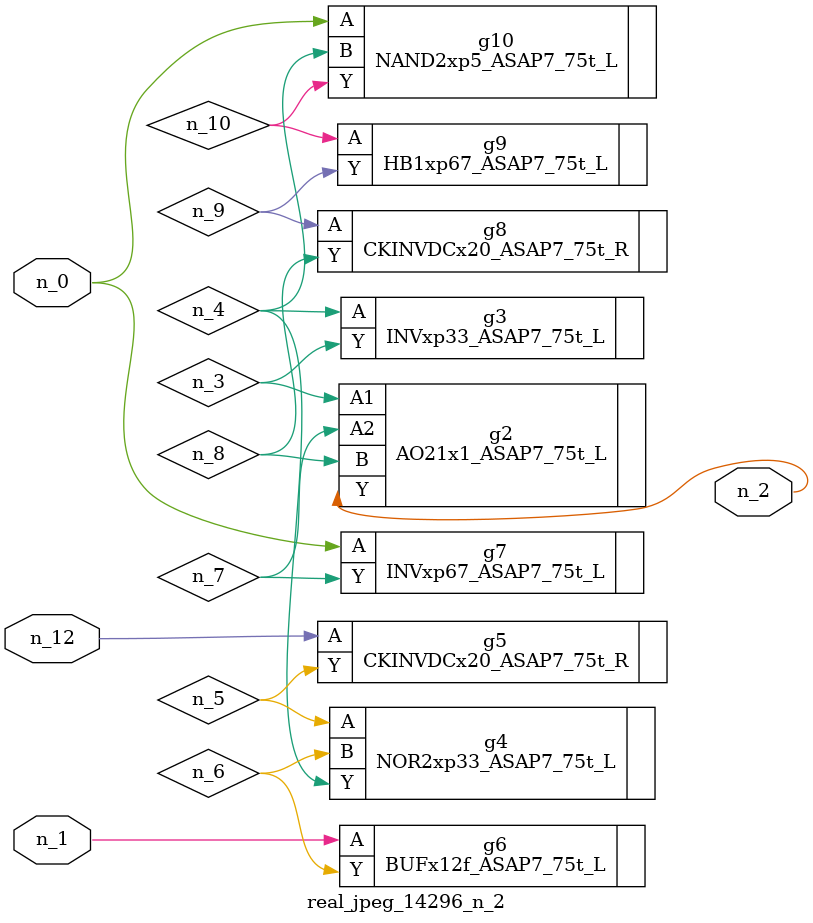
<source format=v>
module real_jpeg_14296_n_2 (n_12, n_1, n_0, n_2);

input n_12;
input n_1;
input n_0;

output n_2;

wire n_5;
wire n_4;
wire n_8;
wire n_6;
wire n_7;
wire n_3;
wire n_10;
wire n_9;

INVxp67_ASAP7_75t_L g7 ( 
.A(n_0),
.Y(n_7)
);

NAND2xp5_ASAP7_75t_L g10 ( 
.A(n_0),
.B(n_4),
.Y(n_10)
);

BUFx12f_ASAP7_75t_L g6 ( 
.A(n_1),
.Y(n_6)
);

AO21x1_ASAP7_75t_L g2 ( 
.A1(n_3),
.A2(n_7),
.B(n_8),
.Y(n_2)
);

INVxp33_ASAP7_75t_L g3 ( 
.A(n_4),
.Y(n_3)
);

NOR2xp33_ASAP7_75t_L g4 ( 
.A(n_5),
.B(n_6),
.Y(n_4)
);

CKINVDCx20_ASAP7_75t_R g8 ( 
.A(n_9),
.Y(n_8)
);

HB1xp67_ASAP7_75t_L g9 ( 
.A(n_10),
.Y(n_9)
);

CKINVDCx20_ASAP7_75t_R g5 ( 
.A(n_12),
.Y(n_5)
);


endmodule
</source>
